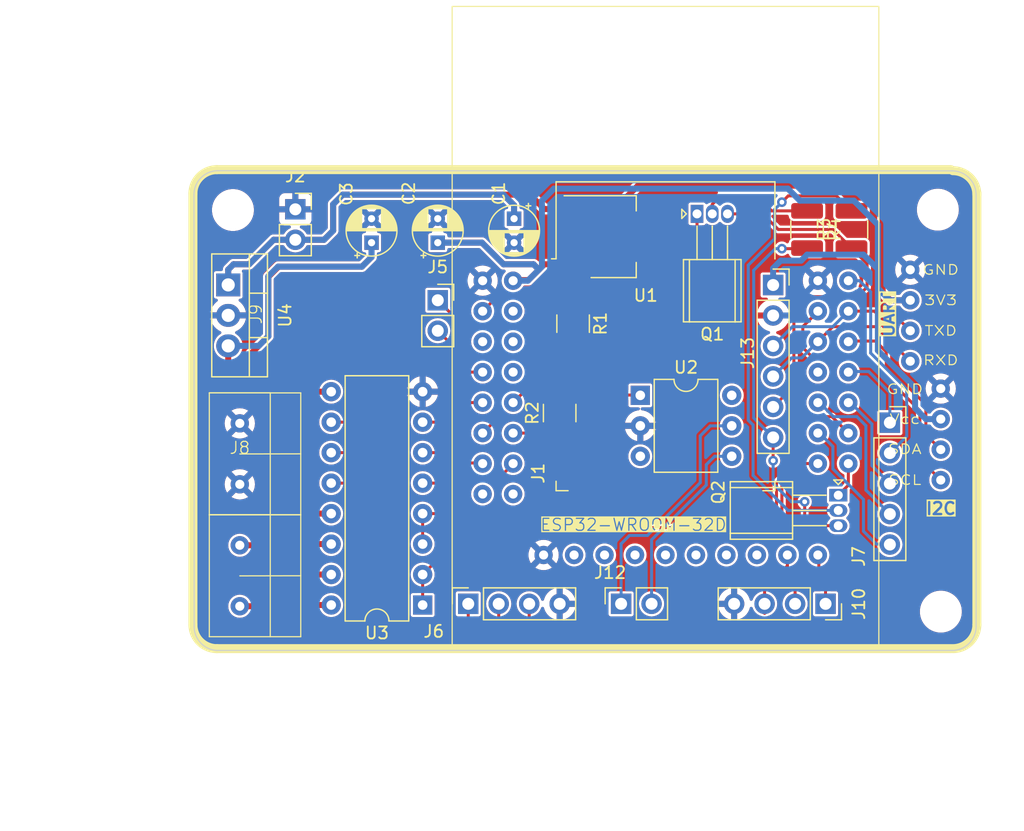
<source format=kicad_pcb>
(kicad_pcb (version 20240108) (generator "pcbnew") (generator_version "8.0")
  (layers (0 "F.Cu" signal) (31 "B.Cu" signal) (34 "B.Paste" user) (35 "F.Paste" user) (36 "B.SilkS" user "B.Silkscreen") (37 "F.SilkS" user "F.Silkscreen") (38 "B.Mask" user) (39 "F.Mask" user) (44 "Edge.Cuts" user))
  (net 0 "")
  (net 1 "GND")
  (net 2 "+3V3")
  (net 3 "+5V")
  (net 4 "/RXD")
  (net 5 "/TXD")
  (net 6 "/SDA")
  (net 7 "/OUT2")
  (net 8 "/OUT3")
  (net 9 "/SCL")
  (net 10 "/OUT1")
  (net 11 "/EN")
  (net 12 "/SOURCE2")
  (net 13 "/SOURCE1")
  (net 14 "/SOURCE3")
  (net 15 "/VDC")
  (net 16 "/DAC1")
  (net 17 "/DAC2")
  (net 18 "/GPIO13")
  (net 19 "/GPIO19")
  (net 20 "/GPIO17")
  (net 21 "/GPIO5")
  (net 22 "/GPIO18")
  (net 23 "/GPIO36")
  (net 24 "/ADC2_CH3")
  (net 25 "/GPIO32")
  (net 26 "/GPIO34")
  (net 27 "/SD_DATA1")
  (net 28 "/SD_DATA2")
  (net 29 "/SD_CLK")
  (net 30 "/SD_CMD")
  (net 31 "/SD_DATA3")
  (net 32 "/ADC2_CH0")
  (net 33 "/GPIO23")
  (net 34 "/SD_DATA0")
  (net 35 "/GPIO27")
  (net 36 "/ADC2_CH2")
  (net 37 "/BOOT")
  (net 39 "/V1-")
  (net 40 "Net-(R2-Pad2)")
  (net 41 "/V1+")
  (net 43 "/GPIO39")
  (net 44 "/DTR")
  (net 45 "/RTS")
  (net 46 "Net-(Q1-B)")
  (net 47 "Net-(Q2-B)")
  (net 48 "/OUT4")
  (net 49 "/SOURCE4")
  (net 50 "/OUT5")
  (net 51 "/SOURCE5")
  (footprint "Capacitor_THT:CP_Radial_D4.0mm_P2.00mm" (layer "F.Cu") (at 100.32 46 90)
    (property "Reference" "C2" (at 4.1 -2.42 -90) (layer "F.SilkS"))
    (property "Value" "1uF")
    (pad "1" thru_hole rect (at 0 0 90) (size 1.2 1.2) (drill 0.6) (layers "*.Cu" "*.Mask") (net 2 "+3V3"))
    (pad "2" thru_hole circle (at 2 0 90) (size 1.2 1.2) (drill 0.6) (layers "*.Cu" "*.Mask") (net 1 "GND"))
  )
  (footprint "Package_TO_SOT_THT:TO-92_Inline_W4.0mm_Horizontal_FlatSideDown" (layer "F.Cu") (at 121.9275 43.6)
    (property "Reference" "Q1" (at 1.27 10.033 0) (layer "F.SilkS"))
    (property "Value" "NPN")
    (pad "1" thru_hole rect (at 0 0) (size 1.05 1.5) (drill 0.75) (layers "*.Cu" "*.Mask") (net 11 "/EN"))
    (pad "2" thru_hole oval (at 1.27 0) (size 1.05 1.5) (drill 0.75) (layers "*.Cu" "*.Mask") (net 46 "Net-(Q1-B)"))
    (pad "3" thru_hole oval (at 2.54 0) (size 1.05 1.5) (drill 0.75) (layers "*.Cu" "*.Mask") (net 45 "/RTS"))
  )
  (footprint "Package_TO_SOT_THT:TO-92_Inline_W4.0mm_Horizontal_FlatSideDown" (layer "F.Cu") (at 133.7 67.0475 -90)
    (property "Reference" "Q2" (at -0.2475 10 90) (layer "F.SilkS"))
    (property "Value" "NPN")
    (pad "1" thru_hole rect (at 0 0 270) (size 1.05 1.5) (drill 0.75) (layers "*.Cu" "*.Mask") (net 37 "/BOOT"))
    (pad "2" thru_hole oval (at 1.27 0 270) (size 1.05 1.5) (drill 0.75) (layers "*.Cu" "*.Mask") (net 47 "Net-(Q2-B)"))
    (pad "3" thru_hole oval (at 2.54 0 270) (size 1.05 1.5) (drill 0.75) (layers "*.Cu" "*.Mask") (net 44 "/DTR"))
  )
  (footprint "Alexander Footprints Library:ESP32-WROOM-Adapter-Socket-2" (layer "F.Cu") (at 119.3 56.79)
    (property "Reference" "J1" (at -10.61 8.43 90) (layer "F.SilkS"))
    (property "Value" "~")
    (fp_text user "ESP32-WROOM-32D" (at -10.5 13.31 0) (layer "F.SilkS" knockout) (effects (font (thickness 0.1)) (justify left bottom)))
    (pad "" thru_hole circle (at -15.24 10.16) (size 1.524 1.524) (drill 0.762) (layers "*.Cu" "*.Mask"))
    (pad "" thru_hole circle (at -12.7 10.16) (size 1.524 1.524) (drill 0.762) (layers "*.Cu" "*.Mask"))
    (pad "1" thru_hole circle (at -15.24 -7.62) (size 1.524 1.524) (drill 0.762) (layers "*.Cu" "*.Mask") (net 1 "GND"))
    (pad "2" thru_hole circle (at -12.7 -7.62) (size 1.524 1.524) (drill 0.762) (layers "*.Cu" "*.Mask") (net 2 "+3V3"))
    (pad "3" thru_hole circle (at -15.24 -5.08) (size 1.524 1.524) (drill 0.762) (layers "*.Cu" "*.Mask") (net 11 "/EN"))
    (pad "4" thru_hole circle (at -12.7 -5.08) (size 1.524 1.524) (drill 0.762) (layers "*.Cu" "*.Mask") (net 23 "/GPIO36"))
    (pad "5" thru_hole circle (at -15.24 -2.54) (size 1.524 1.524) (drill 0.762) (layers "*.Cu" "*.Mask") (net 43 "/GPIO39"))
    (pad "6" thru_hole circle (at -12.7 -2.54) (size 1.524 1.524) (drill 0.762) (layers "*.Cu" "*.Mask") (net 26 "/GPIO34"))
    (pad "7" thru_hole circle (at -15.24 0) (size 1.524 1.524) (drill 0.762) (layers "*.Cu" "*.Mask") (net 50 "/OUT5"))
    (pad "8" thru_hole circle (at -12.7 0) (size 1.524 1.524) (drill 0.762) (layers "*.Cu" "*.Mask") (net 25 "/GPIO32"))
    (pad "9" thru_hole circle (at -15.24 2.54) (size 1.524 1.524) (drill 0.762) (layers "*.Cu" "*.Mask") (net 48 "/OUT4"))
    (pad "10" thru_hole circle (at -12.7 2.54) (size 1.524 1.524) (drill 0.762) (layers "*.Cu" "*.Mask") (net 16 "/DAC1"))
    (pad "11" thru_hole circle (at -15.24 5.08) (size 1.524 1.524) (drill 0.762) (layers "*.Cu" "*.Mask") (net 17 "/DAC2"))
    (pad "12" thru_hole circle (at -12.7 5.08) (size 1.524 1.524) (drill 0.762) (layers "*.Cu" "*.Mask") (net 35 "/GPIO27"))
    (pad "13" thru_hole circle (at -15.24 7.62) (size 1.524 1.524) (drill 0.762) (layers "*.Cu" "*.Mask") (net 8 "/OUT3"))
    (pad "14" thru_hole circle (at -12.7 7.62) (size 1.524 1.524) (drill 0.762) (layers "*.Cu" "*.Mask") (net 7 "/OUT2"))
    (pad "15" thru_hole circle (at -10.16 15.24 90) (size 1.524 1.524) (drill 0.762) (layers "*.Cu" "*.Mask") (net 1 "GND"))
    (pad "16" thru_hole circle (at -7.62 15.24 90) (size 1.524 1.524) (drill 0.762) (layers "*.Cu" "*.Mask") (net 18 "/GPIO13"))
    (pad "17" thru_hole circle (at -5.08 15.24 90) (size 1.524 1.524) (drill 0.762) (layers "*.Cu" "*.Mask") (net 28 "/SD_DATA2"))
    (pad "18" thru_hole circle (at -2.54 15.24 90) (size 1.524 1.524) (drill 0.762) (layers "*.Cu" "*.Mask") (net 31 "/SD_DATA3"))
    (pad "19" thru_hole circle (at 0 15.24 90) (size 1.524 1.524) (drill 0.762) (layers "*.Cu" "*.Mask") (net 30 "/SD_CMD"))
    (pad "20" thru_hole circle (at 2.54 15.24 90) (size 1.524 1.524) (drill 0.762) (layers "*.Cu" "*.Mask") (net 29 "/SD_CLK"))
    (pad "21" thru_hole circle (at 5.08 15.24 90) (size 1.524 1.524) (drill 0.762) (layers "*.Cu" "*.Mask") (net 34 "/SD_DATA0"))
    (pad "22" thru_hole circle (at 7.62 15.24 90) (size 1.524 1.524) (drill 0.762) (layers "*.Cu" "*.Mask") (net 27 "/SD_DATA1"))
    (pad "23" thru_hole circle (at 10.16 15.24 90) (size 1.524 1.524) (drill 0.762) (layers "*.Cu" "*.Mask") (net 24 "/ADC2_CH3"))
    (pad "24" thru_hole circle (at 12.7 15.24 90) (size 1.524 1.524) (drill 0.762) (layers "*.Cu" "*.Mask") (net 36 "/ADC2_CH2"))
    (pad "25" thru_hole circle (at 15.24 7.62) (size 1.524 1.524) (drill 0.762) (layers "*.Cu" "*.Mask") (net 37 "/BOOT"))
    (pad "26" thru_hole circle (at 12.7 7.62) (size 1.524 1.524) (drill 0.762) (layers "*.Cu" "*.Mask") (net 32 "/ADC2_CH0"))
    (pad "27" thru_hole circle (at 15.24 5.08) (size 1.524 1.524) (drill 0.762) (layers "*.Cu" "*.Mask") (net 10 "/OUT1"))
    (pad "28" thru_hole circle (at 12.7 5.08) (size 1.524 1.524) (drill 0.762) (layers "*.Cu" "*.Mask") (net 20 "/GPIO17"))
    (pad "29" thru_hole circle (at 15.24 2.54) (size 1.524 1.524) (drill 0.762) (layers "*.Cu" "*.Mask") (net 21 "/GPIO5"))
    (pad "30" thru_hole circle (at 12.7 2.54) (size 1.524 1.524) (drill 0.762) (layers "*.Cu" "*.Mask") (net 22 "/GPIO18"))
    (pad "31" thru_hole circle (at 15.24 0) (size 1.524 1.524) (drill 0.762) (layers "*.Cu" "*.Mask") (net 19 "/GPIO19"))
    (pad "32" thru_hole circle (at 12.7 0) (size 1.524 1.524) (drill 0.762) (layers "*.Cu" "*.Mask"))
    (pad "33" thru_hole circle (at 15.24 -2.54) (size 1.524 1.524) (drill 0.762) (layers "*.Cu" "*.Mask") (net 6 "/SDA"))
    (pad "34" thru_hole circle (at 12.7 -2.54) (size 1.524 1.524) (drill 0.762) (layers "*.Cu" "*.Mask") (net 4 "/RXD"))
    (pad "35" thru_hole circle (at 15.24 -5.08) (size 1.524 1.524) (drill 0.762) (layers "*.Cu" "*.Mask") (net 5 "/TXD"))
    (pad "36" thru_hole circle (at 12.7 -5.08) (size 1.524 1.524) (drill 0.762) (layers "*.Cu" "*.Mask") (net 9 "/SCL"))
    (pad "37" thru_hole circle (at 15.24 -7.62) (size 1.524 1.524) (drill 0.762) (layers "*.Cu" "*.Mask") (net 33 "/GPIO23"))
    (pad "38" thru_hole circle (at 12.7 -7.62) (size 1.524 1.524) (drill 0.762) (layers "*.Cu" "*.Mask") (net 1 "GND"))
  )
  (footprint "MountingHole:MountingHole_3mm" (layer "F.Cu") (at 142 43.25)
    (property "Reference" "H1" (hide yes))
    (property "Value" "MountingHole_Pad")
    (pad "" np_thru_hole circle (at 0 0) (size 3 3) (drill 3) (layers "*.Cu" "*.Mask"))
  )
  (footprint "MountingHole:MountingHole_3mm" (layer "F.Cu") (at 83.25 43.28)
    (property "Reference" "H2" (hide yes))
    (property "Value" "MountingHole_Pad")
    (pad "" np_thru_hole circle (at 0 0) (size 3 3) (drill 3) (layers "*.Cu" "*.Mask"))
  )
  (footprint "Package_DIP:DIP-16_W7.62mm" (layer "F.Cu") (at 99.06 76.2 180)
    (property "Reference" "U3" (at 3.81 -2.33 0) (layer "F.SilkS"))
    (property "Value" "ULN2003")
    (pad "1" thru_hole rect (at 0 0 180) (size 1.6 1.6) (drill 0.8) (layers "*.Cu" "*.Mask") (net 10 "/OUT1"))
    (pad "2" thru_hole oval (at 0 2.54 180) (size 1.6 1.6) (drill 0.8) (layers "*.Cu" "*.Mask") (net 10 "/OUT1"))
    (pad "3" thru_hole oval (at 0 5.08 180) (size 1.6 1.6) (drill 0.8) (layers "*.Cu" "*.Mask") (net 7 "/OUT2"))
    (pad "4" thru_hole oval (at 0 7.62 180) (size 1.6 1.6) (drill 0.8) (layers "*.Cu" "*.Mask") (net 7 "/OUT2"))
    (pad "5" thru_hole oval (at 0 10.16 180) (size 1.6 1.6) (drill 0.8) (layers "*.Cu" "*.Mask") (net 8 "/OUT3"))
    (pad "6" thru_hole oval (at 0 12.7 180) (size 1.6 1.6) (drill 0.8) (layers "*.Cu" "*.Mask") (net 48 "/OUT4"))
    (pad "7" thru_hole oval (at 0 15.24 180) (size 1.6 1.6) (drill 0.8) (layers "*.Cu" "*.Mask") (net 50 "/OUT5"))
    (pad "8" thru_hole oval (at 0 17.78 180) (size 1.6 1.6) (drill 0.8) (layers "*.Cu" "*.Mask") (net 1 "GND"))
    (pad "9" thru_hole oval (at 7.62 17.78 180) (size 1.6 1.6) (drill 0.8) (layers "*.Cu" "*.Mask") (net 3 "+5V"))
    (pad "10" thru_hole oval (at 7.62 15.24 180) (size 1.6 1.6) (drill 0.8) (layers "*.Cu" "*.Mask") (net 51 "/SOURCE5"))
    (pad "11" thru_hole oval (at 7.62 12.7 180) (size 1.6 1.6) (drill 0.8) (layers "*.Cu" "*.Mask") (net 49 "/SOURCE4"))
    (pad "12" thru_hole oval (at 7.62 10.16 180) (size 1.6 1.6) (drill 0.8) (layers "*.Cu" "*.Mask") (net 14 "/SOURCE3"))
    (pad "13" thru_hole oval (at 7.62 7.62 180) (size 1.6 1.6) (drill 0.8) (layers "*.Cu" "*.Mask") (net 12 "/SOURCE2"))
    (pad "14" thru_hole oval (at 7.62 5.08 180) (size 1.6 1.6) (drill 0.8) (layers "*.Cu" "*.Mask") (net 12 "/SOURCE2"))
    (pad "15" thru_hole oval (at 7.62 2.54 180) (size 1.6 1.6) (drill 0.8) (layers "*.Cu" "*.Mask") (net 13 "/SOURCE1"))
    (pad "16" thru_hole oval (at 7.62 0 180) (size 1.6 1.6) (drill 0.8) (layers "*.Cu" "*.Mask") (net 13 "/SOURCE1"))
  )
  (footprint "Package_DIP:DIP-6_W7.62mm" (layer "F.Cu") (at 117.2 58.725)
    (property "Reference" "U2" (at 3.81 -2.33 0) (layer "F.SilkS"))
    (property "Value" "4N35")
    (pad "1" thru_hole rect (at 0 0) (size 1.6 1.6) (drill 0.8) (layers "*.Cu" "*.Mask") (net 40 "Net-(R2-Pad2)"))
    (pad "2" thru_hole oval (at 0 2.54) (size 1.6 1.6) (drill 0.8) (layers "*.Cu" "*.Mask") (net 1 "GND"))
    (pad "3" thru_hole oval (at 0 5.08) (size 1.6 1.6) (drill 0.8) (layers "*.Cu" "*.Mask"))
    (pad "4" thru_hole oval (at 7.62 5.08) (size 1.6 1.6) (drill 0.8) (layers "*.Cu" "*.Mask") (net 39 "/V1-"))
    (pad "5" thru_hole oval (at 7.62 2.54) (size 1.6 1.6) (drill 0.8) (layers "*.Cu" "*.Mask") (net 41 "/V1+"))
    (pad "6" thru_hole oval (at 7.62 0) (size 1.6 1.6) (drill 0.8) (layers "*.Cu" "*.Mask"))
  )
  (footprint "Alexander Footprints Library:Conn_Terminal_5mm" (layer "F.Cu") (at 83.82 53.44)
    (property "Reference" "J9" (at 1.33 -1.49 90) (layer "F.SilkS") (effects (font (thickness 0.1))))
    (property "Value" "Conn_01x02_Socket")
    (pad "1" thru_hole circle (at 0 7.62) (size 1.524 1.524) (drill 0.762) (layers "*.Cu" "*.Mask") (net 1 "GND"))
    (pad "2" thru_hole circle (at 0 12.7) (size 1.524 1.524) (drill 0.762) (layers "*.Cu" "*.Mask") (net 1 "GND"))
  )
  (footprint "Resistor_SMD:R_1210_3225Metric_Pad1.30x2.65mm_HandSolder" (layer "F.Cu") (at 134.8 44.9 90)
    (property "Reference" "R3" (at 0 -2.28 -90) (layer "F.SilkS"))
    (property "Value" "10K")
    (pad "1" smd roundrect (at -1.55 0 90) (size 1.3 2.65) (layers "F.Cu" "F.Paste" "F.Mask") (roundrect_rratio 0.192308) (net 45 "/RTS"))
    (pad "2" smd roundrect (at 1.55 0 90) (size 1.3 2.65) (layers "F.Cu" "F.Paste" "F.Mask") (roundrect_rratio 0.192308) (net 47 "Net-(Q2-B)"))
  )
  (footprint "Resistor_SMD:R_1210_3225Metric_Pad1.30x2.65mm_HandSolder" (layer "F.Cu") (at 111.6 52.75 -90)
    (property "Reference" "R1" (at 0 -2.28 -90) (layer "F.SilkS"))
    (property "Value" "10K")
    (pad "1" smd roundrect (at -1.55 0 270) (size 1.3 2.65) (layers "F.Cu" "F.Paste" "F.Mask") (roundrect_rratio 0.192308) (net 2 "+3V3"))
    (pad "2" smd roundrect (at 1.55 0 270) (size 1.3 2.65) (layers "F.Cu" "F.Paste" "F.Mask") (roundrect_rratio 0.192308) (net 11 "/EN"))
  )
  (footprint "Connector_PinSocket_2.54mm:PinSocket_1x05_P2.54mm_Vertical" (layer "F.Cu") (at 138 61)
    (property "Reference" "J7" (at -2.6 11.15 90) (layer "F.SilkS"))
    (property "Value" "GPIO")
    (pad "1" thru_hole rect (at 0 0) (size 1.7 1.7) (drill 1) (layers "*.Cu" "*.Mask") (net 19 "/GPIO19"))
    (pad "2" thru_hole oval (at 0 2.54) (size 1.7 1.7) (drill 1) (layers "*.Cu" "*.Mask") (net 33 "/GPIO23"))
    (pad "3" thru_hole oval (at 0 5.08) (size 1.7 1.7) (drill 1) (layers "*.Cu" "*.Mask") (net 21 "/GPIO5"))
    (pad "4" thru_hole oval (at 0 7.62) (size 1.7 1.7) (drill 1) (layers "*.Cu" "*.Mask") (net 22 "/GPIO18"))
    (pad "5" thru_hole oval (at 0 10.16) (size 1.7 1.7) (drill 1) (layers "*.Cu" "*.Mask") (net 20 "/GPIO17"))
  )
  (footprint "Resistor_SMD:R_1210_3225Metric_Pad1.30x2.65mm_HandSolder" (layer "F.Cu") (at 131.1 44.9 -90)
    (property "Reference" "R4" (at 0 -2.28 90) (layer "F.SilkS"))
    (property "Value" "10K")
    (pad "1" smd roundrect (at -1.55 0 270) (size 1.3 2.65) (layers "F.Cu" "F.Paste" "F.Mask") (roundrect_rratio 0.192308) (net 46 "Net-(Q1-B)"))
    (pad "2" smd roundrect (at 1.55 0 270) (size 1.3 2.65) (layers "F.Cu" "F.Paste" "F.Mask") (roundrect_rratio 0.192308) (net 44 "/DTR"))
  )
  (footprint "Connector_PinSocket_2.54mm:PinSocket_1x02_P2.54mm_Vertical" (layer "F.Cu") (at 88.45 43.22)
    (property "Reference" "J2" (at 0 -2.77 0) (layer "F.SilkS"))
    (property "Value" "PWD")
    (pad "1" thru_hole rect (at 0 0) (size 1.7 1.7) (drill 1) (layers "*.Cu" "*.Mask") (net 1 "GND"))
    (pad "2" thru_hole oval (at 0 2.54) (size 1.7 1.7) (drill 1) (layers "*.Cu" "*.Mask") (net 15 "/VDC"))
  )
  (footprint "Connector_PinSocket_2.54mm:PinSocket_1x02_P2.54mm_Vertical" (layer "F.Cu") (at 115.6 76.1 90)
    (property "Reference" "J12" (at 2.6 -0.92 180) (layer "F.SilkS"))
    (property "Value" "Conn_01x02_Socket")
    (pad "1" thru_hole rect (at 0 0 90) (size 1.7 1.7) (drill 1) (layers "*.Cu" "*.Mask") (net 41 "/V1+"))
    (pad "2" thru_hole oval (at 0 2.54 90) (size 1.7 1.7) (drill 1) (layers "*.Cu" "*.Mask") (net 39 "/V1-"))
  )
  (footprint "Connector_PinSocket_2.54mm:PinSocket_1x04_P2.54mm_Vertical" (layer "F.Cu") (at 102.86 76.1 90)
    (property "Reference" "J6" (at -2.3 -2.87 0) (layer "F.SilkS"))
    (property "Value" "SOURCE")
    (pad "1" thru_hole rect (at 0 0 90) (size 1.7 1.7) (drill 1) (layers "*.Cu" "*.Mask") (net 51 "/SOURCE5"))
    (pad "2" thru_hole oval (at 0 2.54 90) (size 1.7 1.7) (drill 1) (layers "*.Cu" "*.Mask") (net 49 "/SOURCE4"))
    (pad "3" thru_hole oval (at 0 5.08 90) (size 1.7 1.7) (drill 1) (layers "*.Cu" "*.Mask") (net 14 "/SOURCE3"))
    (pad "4" thru_hole oval (at 0 7.62 90) (size 1.7 1.7) (drill 1) (layers "*.Cu" "*.Mask") (net 1 "GND"))
  )
  (footprint "Connector_PinSocket_2.54mm:PinSocket_1x04_P2.54mm_Vertical" (layer "F.Cu") (at 132.64 76.1 -90)
    (property "Reference" "J10" (at 0 -2.77 90) (layer "F.SilkS"))
    (property "Value" "ADC")
    (pad "1" thru_hole rect (at 0 0 270) (size 1.7 1.7) (drill 1) (layers "*.Cu" "*.Mask") (net 36 "/ADC2_CH2"))
    (pad "2" thru_hole oval (at 0 2.54 270) (size 1.7 1.7) (drill 1) (layers "*.Cu" "*.Mask") (net 32 "/ADC2_CH0"))
    (pad "3" thru_hole oval (at 0 5.08 270) (size 1.7 1.7) (drill 1) (layers "*.Cu" "*.Mask") (net 24 "/ADC2_CH3"))
    (pad "4" thru_hole oval (at 0 7.62 270) (size 1.7 1.7) (drill 1) (layers "*.Cu" "*.Mask") (net 1 "GND"))
  )
  (footprint "Capacitor_THT:CP_Radial_D4.0mm_P2.00mm" (layer "F.Cu") (at 94.8 46 90)
    (property "Reference" "C3" (at 4.05 -2.1 -90) (layer "F.SilkS"))
    (property "Value" "1uF")
    (pad "1" thru_hole rect (at 0 0 90) (size 1.2 1.2) (drill 0.6) (layers "*.Cu" "*.Mask") (net 3 "+5V"))
    (pad "2" thru_hole circle (at 2 0 90) (size 1.2 1.2) (drill 0.6) (layers "*.Cu" "*.Mask") (net 1 "GND"))
  )
  (footprint "Connector_PinSocket_2.54mm:PinSocket_1x02_P2.54mm_Vertical" (layer "F.Cu") (at 100.32 50.8)
    (property "Reference" "J5" (at 0 -2.77 0) (layer "F.SilkS"))
    (property "Value" "DAC_Socket")
    (pad "1" thru_hole rect (at 0 0) (size 1.7 1.7) (drill 1) (layers "*.Cu" "*.Mask") (net 16 "/DAC1"))
    (pad "2" thru_hole oval (at 0 2.54) (size 1.7 1.7) (drill 1) (layers "*.Cu" "*.Mask") (net 17 "/DAC2"))
  )
  (footprint "Alexander Footprints Library:Conn_UART" (layer "F.Cu") (at 139.7 40.64)
    (property "Reference" "J3" (hide yes))
    (property "Value" "UART")
    (fp_text user "3V3" (at 2.54 10.16 0) (layer "F.SilkS") (effects (font (size 0.8 1) (thickness 0.1))))
    (fp_text user "GND" (at 2.54 7.62 0) (layer "F.SilkS") (effects (font (size 0.8 1) (thickness 0.1))))
    (fp_text user "RXD" (at 2.54 15.16 0) (layer "F.SilkS") (effects (font (size 0.8 1) (thickness 0.1))))
    (fp_text user "TXD" (at 2.54 12.7 0) (layer "F.SilkS") (effects (font (size 0.8 1) (thickness 0.1))))
    (fp_text user "UART" (at -1.25 11.36 90) (layer "F.SilkS" knockout) (effects (font (thickness 0.2) (bold yes)) (justify bottom)))
    (pad "3V3" thru_hole circle (at 0 10.16) (size 1.524 1.524) (drill 0.762) (layers "*.Cu" "*.Mask") (net 2 "+3V3"))
    (pad "GND" thru_hole circle (at 0 7.62) (size 1.524 1.524) (drill 0.762) (layers "*.Cu" "*.Mask") (net 1 "GND"))
    (pad "RXD" thru_hole circle (at 0 15.24) (size 1.524 1.524) (drill 0.762) (layers "*.Cu" "*.Mask") (net 4 "/RXD"))
    (pad "TXD" thru_hole circle (at 0 12.7) (size 1.524 1.524) (drill 0.762) (layers "*.Cu" "*.Mask") (net 5 "/TXD"))
  )
  (footprint "Resistor_SMD:R_1210_3225Metric_Pad1.30x2.65mm_HandSolder" (layer "F.Cu") (at 110.48 60.2 90)
    (property "Reference" "R2" (at 0 -2.28 90) (layer "F.SilkS"))
    (property "Value" "1K")
    (pad "1" smd roundrect (at -1.55 0 90) (size 1.3 2.65) (layers "F.Cu" "F.Paste" "F.Mask") (roundrect_rratio 0.192308) (net 35 "/GPIO27"))
    (pad "2" smd roundrect (at 1.55 0 90) (size 1.3 2.65) (layers "F.Cu" "F.Paste" "F.Mask") (roundrect_rratio 0.192308) (net 40 "Net-(R2-Pad2)"))
  )
  (footprint "Capacitor_THT:CP_Radial_D4.0mm_P2.00mm" (layer "F.Cu") (at 106.68 44 -90)
    (property "Reference" "C1" (at -2.1 1.28 90) (layer "F.SilkS"))
    (property "Value" "1uF")
    (pad "1" thru_hole rect (at 0 0 270) (size 1.2 1.2) (drill 0.6) (layers "*.Cu" "*.Mask") (net 15 "/VDC"))
    (pad "2" thru_hole circle (at 2 0 270) (size 1.2 1.2) (drill 0.6) (layers "*.Cu" "*.Mask") (net 1 "GND"))
  )
  (footprint "Package_TO_SOT_SMD:SOT-223-3_TabPin2" (layer "F.Cu") (at 114.95 45.5)
    (property "Reference" "U1" (at 2.7 4.9 0) (layer "F.SilkS"))
    (property "Value" "MAX1726EUK33")
    (pad "1" smd rect (at -3.15 -2.3) (size 2 1.5) (layers "F.Cu" "F.Paste" "F.Mask") (net 15 "/VDC"))
    (pad "2" smd rect (at -3.15 0) (size 2 1.5) (layers "F.Cu" "F.Paste" "F.Mask") (net 1 "GND"))
    (pad "2" smd rect (at 3.15 0) (size 2 3.8) (layers "F.Cu" "F.Paste" "F.Mask") (net 1 "GND"))
    (pad "3" smd rect (at -3.15 2.3) (size 2 1.5) (layers "F.Cu" "F.Paste" "F.Mask") (net 2 "+3V3"))
  )
  (footprint "Alexander Footprints Library:LD1117" (layer "F.Cu") (at 82.855 49.52 -90)
    (property "Reference" "U4" (at 2.54 -4.745 90) (layer "F.SilkS"))
    (property "Value" "L7805")
    (pad "1" thru_hole rect (at 0 0 270) (size 1.905 2) (drill 1.1) (layers "*.Cu" "*.Mask") (net 15 "/VDC"))
    (pad "2" thru_hole oval (at 2.54 0 270) (size 1.905 2) (drill 1.1) (layers "*.Cu" "*.Mask") (net 1 "GND"))
    (pad "3" thru_hole oval (at 5.08 0 270) (size 1.905 2) (drill 1.1) (layers "*.Cu" "*.Mask") (net 3 "+5V"))
  )
  (footprint "Alexander Footprints Library:Conn_I2C" (layer "F.Cu") (at 142.24 50.544)
    (property "Reference" "J4" (hide yes))
    (property "Value" "I2C")
    (fp_text user "I2C" (at 0.01 18.206 0) (layer "F.SilkS" knockout) (effects (font (thickness 0.2) (bold yes)) (justify bottom)))
    (fp_text user "SCL" (at -2.99 15.24 0) (layer "F.SilkS") (effects (font (size 0.8 1) (thickness 0.1))))
    (fp_text user "SDA" (at -2.99 12.666 0) (layer "F.SilkS") (effects (font (size 0.8 1) (thickness 0.1))))
    (fp_text user "GND" (at -2.99 7.666 0) (layer "F.SilkS") (effects (font (size 0.8 1) (thickness 0.1))))
    (fp_text user "Vcc" (at -2.99 10.16 0) (layer "F.SilkS") (effects (font (size 0.8 1) (thickness 0.1))))
    (pad "GND" thru_hole circle (at 0 7.62) (size 1.524 1.524) (drill 0.762) (layers "*.Cu" "*.Mask") (net 1 "GND"))
    (pad "SCL" thru_hole circle (at 0 15.24) (size 1.524 1.524) (drill 0.762) (layers "*.Cu" "*.Mask") (net 9 "/SCL"))
    (pad "SDA" thru_hole circle (at 0 12.7) (size 1.524 1.524) (drill 0.762) (layers "*.Cu" "*.Mask") (net 6 "/SDA"))
    (pad "Vcc" thru_hole circle (at 0 10.16) (size 1.524 1.524) (drill 0.762) (layers "*.Cu" "*.Mask") (net 2 "+3V3"))
  )
  (footprint "MountingHole:MountingHole_3mm" (layer "F.Cu") (at 142.25 76.75)
    (property "Reference" "H4" (hide yes))
    (property "Value" "MountingHole_Pad")
    (pad "" np_thru_hole circle (at 0 0) (size 3 3) (drill 3) (layers "*.Cu" "*.Mask"))
  )
  (footprint "Connector_PinSocket_2.54mm:PinSocket_1x06_P2.54mm_Vertical" (layer "F.Cu") (at 128.27 49.53)
    (property "Reference" "J13" (at -2.12 5.67 90) (layer "F.SilkS"))
    (property "Value" "Conn_01x06_Socket")
    (pad "1" thru_hole rect (at 0 0) (size 1.7 1.7) (drill 1) (layers "*.Cu" "*.Mask") (net 2 "+3V3"))
    (pad "2" thru_hole oval (at 0 2.54) (size 1.7 1.7) (drill 1) (layers "*.Cu" "*.Mask") (net 1 "GND"))
    (pad "3" thru_hole oval (at 0 5.08) (size 1.7 1.7) (drill 1) (layers "*.Cu" "*.Mask") (net 5 "/TXD"))
    (pad "4" thru_hole oval (at 0 7.62) (size 1.7 1.7) (drill 1) (layers "*.Cu" "*.Mask") (net 4 "/RXD"))
    (pad "5" thru_hole oval (at 0 10.16) (size 1.7 1.7) (drill 1) (layers "*.Cu" "*.Mask") (net 45 "/RTS"))
    (pad "6" thru_hole oval (at 0 12.7) (size 1.7 1.7) (drill 1) (layers "*.Cu" "*.Mask") (net 44 "/DTR"))
  )
  (footprint "Alexander Footprints Library:Conn_Terminal_5mm" (layer "F.Cu") (at 83.82 63.6)
    (property "Reference" "J8" (at 0 -0.5 0) (layer "F.SilkS") (effects (font (thickness 0.1))))
    (property "Value" "Conn_01x02_Socket")
    (pad "1" thru_hole circle (at 0 7.62) (size 1.524 1.524) (drill 0.762) (layers "*.Cu" "*.Mask") (net 12 "/SOURCE2"))
    (pad "2" thru_hole circle (at 0 12.7) (size 1.524 1.524) (drill 0.762) (layers "*.Cu" "*.Mask") (net 13 "/SOURCE1"))
  )
  (gr_line (start 145.25 41.86421) (end 145.25 77.835782) (stroke (width 0.75)) (layer "F.SilkS"))
  (gr_line (start 81.914218 39.914218) (end 143.08579 39.914218) (stroke (width 0.75)) (layer "F.SilkS"))
  (gr_arc (start 145.25 77.835782) (mid 144.664218 79.25) (end 143.25 79.835782) (stroke (width 0.75)) (layer "F.SilkS"))
  (gr_line (start 79.914218 41.86421) (end 79.914218 77.835782) (stroke (width 0.75)) (layer "F.SilkS"))
  (gr_arc (start 81.914218 79.835782) (mid 80.5 79.25) (end 79.914218 77.835782) (stroke (width 0.75)) (layer "F.SilkS"))
  (gr_arc (start 143.25 40) (mid 144.664218 40.585782) (end 145.25 42) (stroke (width 0.75)) (layer "F.SilkS"))
  (gr_arc (start 79.914218 41.914218) (mid 80.5 40.5) (end 81.914218 39.914218) (stroke (width 0.75)) (layer "F.SilkS"))
  (gr_line (start 81.914214 79.835782) (end 143.085786 79.835782) (stroke (width 0.75)) (layer "F.SilkS"))
  (gr_line (start 80 42) (end 80.014214 77.985786) (stroke (width 0.1)) (layer "Edge.Cuts"))
  (gr_arc (start 143.185786 40.014214) (mid 144.6 40.6) (end 145.185786 42.014214) (stroke (width 0.1)) (layer "Edge.Cuts"))
  (gr_arc (start 82.014214 79.985786) (mid 80.6 79.4) (end 80.014214 77.985786) (stroke (width 0.1)) (layer "Edge.Cuts"))
  (gr_line (start 145.185786 42.014214) (end 145.185786 77.985786) (stroke (width 0.1)) (layer "Edge.Cuts"))
  (gr_arc (start 80 42) (mid 80.585786 40.585786) (end 82 40) (stroke (width 0.1)) (layer "Edge.Cuts"))
  (gr_line (start 82.014214 79.985786) (end 143.185786 79.985786) (stroke (width 0.1)) (layer "Edge.Cuts"))
  (gr_arc (start 145.185786 77.985786) (mid 144.6 79.4) (end 143.185786 79.985786) (stroke (width 0.1)) (layer "Edge.Cuts"))
  (gr_line (start 143.185786 40.014214) (end 82 40) (stroke (width 0.1)) (layer "Edge.Cuts"))
  (segment (start 84.21 65.75) (end 83.82 66.14) (width 0.5) (layer "F.Cu") (net 1))
  (segment (start 112.2 49.4) (end 113.6 49.4) (width 0.5) (layer "F.Cu") (net 2))
  (segment (start 114.29 48.71) (end 114.29 47.8) (width 0.5) (layer "F.Cu") (net 2))
  (segment (start 137.4 42.6) (end 136.05 41.25) (width 0.5) (layer "F.Cu") (net 2))
  (segment (start 105.8 47.8) (end 108.3 47.8) (width 0.5) (layer "F.Cu") (net 2))
  (segment (start 106.68 49.12) (end 107.88 49.12) (width 0.5) (layer "F.Cu") (net 2))
  (segment (start 111.6 50) (end 112.2 49.4) (width 0.5) (layer "F.Cu") (net 2))
  (segment (start 115.56 42.69) (end 115.56 46.87) (width 0.5) (layer "F.Cu") (net 2))
  (segment (start 107.88 49.12) (end 109.2 47.8) (width 0.5) (layer "F.Cu") (net 2))
  (segment (start 137.4 50.15) (end 137.4 42.6) (width 0.5) (layer "F.Cu") (net 2))
  (segment (start 115.56 46.87) (end 114.63 47.8) (width 0.5) (layer "F.Cu") (net 2))
  (segment (start 100.2 46) (end 104 46) (width 0.5) (layer "F.Cu") (net 2))
  (segment (start 136.05 41.25) (end 117 41.25) (width 0.5) (layer "F.Cu") (net 2))
  (segment (start 117 41.25) (end 115.56 42.69) (width 0.5) (layer "F.Cu") (net 2))
  (segment (start 113.6 49.4) (end 114.29 48.71) (width 0.5) (layer "F.Cu") (net 2))
  (segment (start 108.3 47.8) (end 108.75 48.25) (width 0.5) (layer "F.Cu") (net 2))
  (segment (start 109.2 47.8) (end 113.2 47.8) (width 0.5) (layer "F.Cu") (net 2))
  (segment (start 111.6 51.2) (end 111.6 50) (width 0.5) (layer "F.Cu") (net 2))
  (segment (start 138.05 50.8) (end 137.4 50.15) (width 0.5) (layer "F.Cu") (net 2))
  (segment (start 139.7 50.8) (end 138.05 50.8) (width 0.5) (layer "F.Cu") (net 2))
  (segment (start 114.63 47.8) (end 113.2 47.8) (width 0.5) (layer "F.Cu") (net 2))
  (segment (start 104 46) (end 105.8 47.8) (width 0.5) (layer "F.Cu") (net 2))
  (segment (start 100.32 46) (end 104 46) (width 0.5) (layer "B.Cu") (net 2))
  (segment (start 110 41.5) (end 129.501041 41.5) (width 0.5) (layer "B.Cu") (net 2))
  (segment (start 137 48.2) (end 135.8 47) (width 0.5) (layer "B.Cu") (net 2))
  (segment (start 137 54.986828) (end 137 49.8) (width 0.5) (layer "B.Cu") (net 2))
  (segment (start 128.27 48.13) (end 128.27 49.53) (width 0.5) (layer "B.Cu") (net 2))
  (segment (start 137 49.8) (end 137 48.2) (width 0.5) (layer "B.Cu") (net 2))
  (segment (start 142.24 60.704) (end 141.004 60.704) (width 0.5) (layer "B.Cu") (net 2))
  (segment (start 107.83 49.17) (end 109 48) (width 0.5) (layer "B.Cu") (net 2))
  (segment (start 128.9 47.5) (end 128.27 48.13) (width 0.5) (layer "B.Cu") (net 2))
  (segment (start 131.1 47) (end 130.6 47.5) (width 0.5) (layer "B.Cu") (net 2))
  (segment (start 108.3 47.8) (end 108.5 48) (width 0.5) (layer "B.Cu") (net 2))
  (segment (start 140.1 58.086828) (end 137 54.986828) (width 0.5) (layer "B.Cu") (net 2))
  (segment (start 106.6 49.17) (end 107.83 49.17) (width 0.5) (layer "B.Cu") (net 2))
  (segment (start 105.8 47.8) (end 108.3 47.8) (width 0.5) (layer "B.Cu") (net 2))
  (segment (start 109 42.5) (end 110 41.5) (width 0.5) (layer "B.Cu") (net 2))
  (segment (start 104 46) (end 105.8 47.8) (width 0.5) (layer "B.Cu") (net 2))
  (segment (start 140.1 59.8) (end 140.1 58.086828) (width 0.5) (layer "B.Cu") (net 2))
  (segment (start 135.8 47) (end 131.1 47) (width 0.5) (layer "B.Cu") (net 2))
  (segment (start 130.501041 42.5) (end 135 42.5) (width 0.5) (layer "B.Cu") (net 2))
  (segment (start 141.004 60.704) (end 140.1 59.8) (width 0.5) (layer "B.Cu") (net 2))
  (segment (start 139.7 50.8) (end 138 50.8) (width 0.5) (layer "B.Cu") (net 2))
  (segment (start 138 50.8) (end 137 49.8) (width 0.5) (layer "B.Cu") (net 2))
  (segment (start 129.501041 41.5) (end 130.501041 42.5) (width 0.5) (layer "B.Cu") (net 2))
  (segment (start 137 44.5) (end 137 48.2) (width 0.5) (layer "B.Cu") (net 2))
  (segment (start 130.6 47.5) (end 128.9 47.5) (width 0.5) (layer "B.Cu") (net 2))
  (segment (start 135 42.5) (end 137 44.5) (width 0.5) (layer "B.Cu") (net 2))
  (segment (start 109 48) (end 109 42.5) (width 0.5) (layer "B.Cu") (net 2))
  (segment (start 94.8 47.2) (end 94.8 46) (width 0.5) (layer "F.Cu") (net 3))
  (segment (start 86.2 53.8) (end 86.2 48.85) (width 0.5) (layer "F.Cu") (net 3))
  (segment (start 91.44 58.42) (end 84.82 58.42) (width 0.5) (layer "F.Cu") (net 3))
  (segment (start 82.855 56.455) (end 82.855 55.14) (width 0.5) (layer "F.Cu") (net 3))
  (segment (start 86.2 48.85) (end 87.05 48) (width 0.5) (layer "F.Cu") (net 3))
  (segment (start 94 48) (end 94.8 47.2) (width 0.5) (layer "F.Cu") (net 3))
  (segment (start 84.82 58.42) (end 82.855 56.455) (width 0.5) (layer "F.Cu") (net 3))
  (segment (start 83.6 57.2) (end 83.6 56.4) (width 0.5) (layer "F.Cu") (net 3))
  (segment (start 83.6 56.4) (end 86.2 53.8) (width 0.5) (layer "F.Cu") (net 3))
  (segment (start 87.05 48) (end 94 48) (width 0.5) (layer "F.Cu") (net 3))
  (segment (start 86.2 53.8) (end 85.4 54.6) (width 0.5) (layer "B.Cu") (net 3))
  (segment (start 87 48) (end 86.2 48.8) (width 0.5) (layer "B.Cu") (net 3))
  (segment (start 85.4 54.6) (end 82.855 54.6) (width 0.5) (layer "B.Cu") (net 3))
  (segment (start 86.2 48.8) (end 86.2 53.8) (width 0.5) (layer "B.Cu") (net 3))
  (segment (start 94.8 47.2) (end 94 48) (width 0.5) (layer "B.Cu") (net 3))
  (segment (start 94 48) (end 87 48) (width 0.5) (layer "B.Cu") (net 3))
  (segment (start 94.8 46) (end 94.8 47.2) (width 0.5) (layer "B.Cu") (net 3))
  (segment (start 133.25 53) (end 136.82 53) (width 0.25) (layer "F.Cu") (net 4))
  (segment (start 132 54.25) (end 133.25 53) (width 0.25) (layer "F.Cu") (net 4))
  (segment (start 136.82 53) (end 139.7 55.88) (width 0.25) (layer "F.Cu") (net 4))
  (segment (start 130.65 55.6) (end 132 54.25) (width 0.25) (layer "B.Cu") (net 4))
  (segment (start 129.82 55.6) (end 130.65 55.6) (width 0.25) (layer "B.Cu") (net 4))
  (segment (start 128.27 57.15) (end 129.82 55.6) (width 0.25) (layer "B.Cu") (net 4))
  (segment (start 138.86 52.5) (end 137.5 52.5) (width 0.25) (layer "F.Cu") (net 5))
  (segment (start 136.71 51.71) (end 137.25 52.25) (width 0.25) (layer "F.Cu") (net 5))
  (segment (start 137.5 52.5) (end 137.25 52.25) (width 0.25) (layer "F.Cu") (net 5))
  (segment (start 139.7 53.34) (end 138.86 52.5) (width 0.25) (layer "F.Cu") (net 5))
  (segment (start 134.74 51.54) (end 134.62 51.66) (width 0.25) (layer "F.Cu") (net 5))
  (segment (start 134.54 51.71) (end 136.71 51.71) (width 0.25) (layer "F.Cu") (net 5))
  (segment (start 129.88 53) (end 133.25 53) (width 0.25) (layer "B.Cu") (net 5))
  (segment (start 133.25 53) (end 134.54 51.71) (width 0.25) (layer "B.Cu") (net 5))
  (segment (start 128.27 54.61) (end 129.88 53) (width 0.25) (layer "B.Cu") (net 5))
  (segment (start 137.7 56.2) (end 137.7 55.1) (width 0.25) (layer "F.Cu") (net 6))
  (segment (start 141 59.5) (end 137.7 56.2) (width 0.25) (layer "F.Cu") (net 6))
  (segment (start 136.8 54.2) (end 134.62 54.2) (width 0.25) (layer "F.Cu") (net 6))
  (segment (start 142.24 63.244) (end 141 62.004) (width 0.25) (layer "F.Cu") (net 6))
  (segment (start 137.7 55.1) (end 136.8 54.2) (width 0.25) (layer "F.Cu") (net 6))
  (segment (start 141 62.004) (end 141 59.5) (width 0.25) (layer "F.Cu") (net 6))
  (segment (start 102 68) (end 102 66.25) (width 0.25) (layer "F.Cu") (net 7))
  (segment (start 102 66.25) (end 102.71 65.54) (width 0.25) (layer "F.Cu") (net 7))
  (segment (start 99.06 71.12) (end 99.06 68.58) (width 0.25) (layer "F.Cu") (net 7))
  (segment (start 101.42 68.58) (end 102 68) (width 0.25) (layer "F.Cu") (net 7))
  (segment (start 99.06 68.58) (end 101.42 68.58) (width 0.25) (layer "F.Cu") (net 7))
  (segment (start 102.71 65.54) (end 105.5 65.54) (width 0.25) (layer "F.Cu") (net 7))
  (segment (start 105.5 65.54) (end 106.68 64.36) (width 0.25) (layer "F.Cu") (net 7))
  (segment (start 102.39 64.36) (end 104.14 64.36) (width 0.25) (layer "F.Cu") (net 8))
  (segment (start 100.71 66.04) (end 102.39 64.36) (width 0.25) (layer "F.Cu") (net 8))
  (segment (start 99.06 66.04) (end 100.71 66.04) (width 0.25) (layer "F.Cu") (net 8))
  (segment (start 142.24 65.784) (end 140.5 64.044) (width 0.25) (layer "F.Cu") (net 9))
  (segment (start 140.5 60) (end 136 55.5) (width 0.25) (layer "F.Cu") (net 9))
  (segment (start 131.5 55.5) (end 130.745 54.745) (width 0.25) (layer "F.Cu") (net 9))
  (segment (start 140.5 64.044) (end 140.5 60) (width 0.25) (layer "F.Cu") (net 9))
  (segment (start 136 55.5) (end 131.5 55.5) (width 0.25) (layer "F.Cu") (net 9))
  (segment (start 130.745 52.995) (end 132.08 51.66) (width 0.25) (layer "F.Cu") (net 9))
  (segment (start 130.745 54.745) (end 130.745 52.995) (width 0.25) (layer "F.Cu") (net 9))
  (segment (start 128.55 69.05) (end 127.85 69.75) (width 0.25) (layer "F.Cu") (net 10))
  (segment (start 100.32 72.4) (end 99.06 73.66) (width 0.25) (layer "F.Cu") (net 10))
  (segment (start 99.06 76.2) (end 99.06 73.66) (width 0.25) (layer "F.Cu") (net 10))
  (segment (start 104.75 69.75) (end 102.1 72.4) (width 0.25) (layer "F.Cu") (net 10))
  (segment (start 130.25 61.75) (end 130.25 64.313604) (width 0.25) (layer "F.Cu") (net 10))
  (segment (start 127.85 69.75) (end 104.75 69.75) (width 0.25) (layer "F.Cu") (net 10))
  (segment (start 134.54 61.87) (end 133.17 60.5) (width 0.25) (layer "F.Cu") (net 10))
  (segment (start 128.55 66.013604) (end 128.55 69.05) (width 0.25) (layer "F.Cu") (net 10))
  (segment (start 130.25 64.313604) (end 128.55 66.013604) (width 0.25) (layer "F.Cu") (net 10))
  (segment (start 133.17 60.5) (end 131.5 60.5) (width 0.25) (layer "F.Cu") (net 10))
  (segment (start 131.5 60.5) (end 130.25 61.75) (width 0.25) (layer "F.Cu") (net 10))
  (segment (start 102.1 72.4) (end 100.32 72.4) (width 0.25) (layer "F.Cu") (net 10))
  (segment (start 109.8 54.3) (end 111.6 54.3) (width 0.25) (layer "F.Cu") (net 11))
  (segment (start 114.2 54.3) (end 111.6 54.3) (width 0.25) (layer "F.Cu") (net 11))
  (segment (start 105.27 50.5) (end 108.4 50.5) (width 0.25) (layer "F.Cu") (net 11))
  (segment (start 109.1 51.2) (end 109.1 53.6) (width 0.25) (layer "F.Cu") (net 11))
  (segment (start 114.8 50.4) (end 114.8 53.7) (width 0.25) (layer "F.Cu") (net 11))
  (segment (start 121.9275 48.5725) (end 120.98 49.52) (width 0.25) (layer "F.Cu") (net 11))
  (segment (start 104.06 51.71) (end 105.27 50.5) (width 0.25) (layer "F.Cu") (net 11))
  (segment (start 114.8 53.7) (end 114.2 54.3) (width 0.25) (layer "F.Cu") (net 11))
  (segment (start 109.1 53.6) (end 109.8 54.3) (width 0.25) (layer "F.Cu") (net 11))
  (segment (start 108.4 50.5) (end 109.1 51.2) (width 0.25) (layer "F.Cu") (net 11))
  (segment (start 120.98 49.52) (end 115.68 49.52) (width 0.25) (layer "F.Cu") (net 11))
  (segment (start 115.68 49.52) (end 114.8 50.4) (width 0.25) (layer "F.Cu") (net 11))
  (segment (start 121.9275 43.6) (end 121.9275 48.5725) (width 0.25) (layer "F.Cu") (net 11))
  (segment (start 83.82 71.22) (end 87.03 71.22) (width 0.5) (layer "F.Cu") (net 12))
  (segment (start 88.62 71.12) (end 91.44 71.12) (width 0.5) (layer "F.Cu") (net 12))
  (segment (start 89.67 68.58) (end 91.44 68.58) (width 0.5) (layer "F.Cu") (net 12))
  (segment (start 88.11 70.61) (end 88.62 71.12) (width 0.5) (layer "F.Cu") (net 12))
  (segment (start 87.03 71.22) (end 89.67 68.58) (width 0.5) (layer "F.Cu") (net 12))
  (segment (start 91.44 73.66) (end 89.59 73.66) (width 0.5) (layer "F.Cu") (net 13))
  (segment (start 87.875 75.375) (end 88.7 76.2) (width 0.5) (layer "F.Cu") (net 13))
  (segment (start 88.7 76.2) (end 91.44 76.2) (width 0.5) (layer "F.Cu") (net 13))
  (segment (start 86.95 76.3) (end 87.875 75.375) (width 0.5) (layer "F.Cu") (net 13))
  (segment (start 86.95 76.3) (end 83.82 76.3) (width 0.5) (layer "F.Cu") (net 13))
  (segment (start 89.59 73.66) (end 86.95 76.3) (width 0.5) (layer "F.Cu") (net 13))
  (segment (start 97.3 79.2) (end 96 77.9) (width 0.25) (layer "F.Cu") (net 14))
  (segment (start 107.94 78.06) (end 106.8 79.2) (width 0.25) (layer "F.Cu") (net 14))
  (segment (start 96 67.1) (end 94.94 66.04) (width 0.25) (layer "F.Cu") (net 14))
  (segment (start 96 77.9) (end 96 67.1) (width 0.25) (layer "F.Cu") (net 14))
  (segment (start 107.94 76.1) (end 107.94 78.06) (width 0.25) (layer "F.Cu") (net 14))
  (segment (start 106.8 79.2) (end 97.3 79.2) (width 0.25) (layer "F.Cu") (net 14))
  (segment (start 94.94 66.04) (end 91.44 66.04) (width 0.25) (layer "F.Cu") (net 14))
  (segment (start 108 42) (end 92.4 42) (width 0.5) (layer "F.Cu") (net 15))
  (segment (start 88.45 45.76) (end 86.64 45.76) (width 0.5) (layer "F.Cu") (net 15))
  (segment (start 82.855 48.245) (end 82.855 50.06) (width 0.5) (layer "F.Cu") (net 15))
  (segment (start 92.4 42) (end 91.6 42.8) (width 0.5) (layer "F.Cu") (net 15))
  (segment (start 84.6 47.8) (end 83.3 47.8) (width 0.5) (layer "F.Cu") (net 15))
  (segment (start 105.8 42) (end 106.68 42.88) (width 0.5) (layer "F.Cu") (net 15))
  (segment (start 91.6 42.8) (end 91.6 45) (width 0.5) (layer "F.Cu") (net 15))
  (segment (start 106.68 42.88) (end 106.68 44) (width 0.5) (layer "F.Cu") (net 15))
  (segment (start 90.84 45.76) (end 88.45 45.76) (width 0.5) (layer "F.Cu") (net 15))
  (segment (start 111.8 43.2) (end 109.2 43.2) (width 0.5) (layer "F.Cu") (net 15))
  (segment (start 83.3 47.8) (end 82.855 48.245) (width 0.5) (layer "F.Cu") (net 15))
  (segment (start 86.64 45.76) (end 84.6 47.8) (width 0.5) (layer "F.Cu") (net 15))
  (segment (start 109.2 43.2) (end 108 42) (width 0.5) (layer "F.Cu") (net 15))
  (segment (start 91.6 45) (end 90.84 45.76) (width 0.5) (layer "F.Cu") (net 15))
  (segment (start 106.68 42.88) (end 106.68 44) (width 0.5) (layer "B.Cu") (net 15))
  (segment (start 84.6 47.8) (end 83.3 47.8) (width 0.5) (layer "B.Cu") (net 15))
  (segment (start 91.6 45) (end 91.6 42.8) (width 0.5) (layer "B.Cu") (net 15))
  (segment (start 86.64 45.76) (end 84.6 47.8) (width 0.5) (layer "B.Cu") (net 15))
  (segment (start 88.45 45.76) (end 90.84 45.76) (width 0.5) (layer "B.Cu") (net 15))
  (segment (start 83.3 47.8) (end 82.855 48.245) (width 0.5) (layer "B.Cu") (net 15))
  (segment (start 92.4 42) (end 105.8 42) (width 0.5) (layer "B.Cu") (net 15))
  (segment (start 88.45 45.76) (end 86.64 45.76) (width 0.5) (layer "B.Cu") (net 15))
  (segment (start 90.84 45.76) (end 91.6 45) (width 0.5) (layer "B.Cu") (net 15))
  (segment (start 105.8 42) (end 106.68 42.88) (width 0.5) (layer "B.Cu") (net 15))
  (segment (start 91.6 42.8) (end 92.4 42) (width 0.5) (layer "B.Cu") (net 15))
  (segment (start 82.855 48.245) (end 82.855 49.52) (width 0.5) (layer "B.Cu") (net 15))
  (segment (start 108.1 57.83) (end 108.1 53.9) (width 0.25) (layer "F.Cu") (net 16))
  (segment (start 102.42 52.9) (end 100.32 50.8) (width 0.25) (layer "F.Cu") (net 16))
  (segment (start 108.1 53.9) (end 107.1 52.9) (width 0.25) (layer "F.Cu") (net 16))
  (segment (start 107.1 52.9) (end 102.42 52.9) (width 0.25) (layer "F.Cu") (net 16))
  (segment (start 106.6 59.33) (end 108.1 57.83) (width 0.25) (layer "F.Cu") (net 16))
  (segment (start 104.6 55.5) (end 102.48 55.5) (width 0.25) (layer "F.Cu") (net 17))
  (segment (start 102.48 55.5) (end 100.32 53.34) (width 0.25) (layer "F.Cu") (net 17))
  (segment (start 105.4 56.3) (end 104.6 55.5) (width 0.25) (layer "F.Cu") (net 17))
  (segment (start 104.06 61.87) (end 105.4 60.53) (width 0.25) (layer "F.Cu") (net 17))
  (segment (start 105.4 60.53) (end 105.4 56.3) (width 0.25) (layer "F.Cu") (net 17))
  (segment (start 138.5 60.96) (end 138.46 61) (width 0.25) (layer "B.Cu") (net 19))
  (segment (start 138 61) (end 138 58.5) (width 0.25) (layer "B.Cu") (net 19))
  (segment (start 136.24 56.74) (end 134.62 56.74) (width 0.25) (layer "B.Cu") (net 19))
  (segment (start 138 58.5) (end 136.24 56.74) (width 0.25) (layer "B.Cu") (net 19))
  (segment (start 135.8 70.05) (end 135.8 67.4) (width 0.25) (layer "B.Cu") (net 20))
  (segment (start 136.87 71.12) (end 135.8 70.05) (width 0.25) (layer "B.Cu") (net 20))
  (segment (start 138.5 71.12) (end 136.87 71.12) (width 0.25) (layer "B.Cu") (net 20))
  (segment (start 135.8 67.4) (end 133.25 64.85) (width 0.25) (layer "B.Cu") (net 20))
  (segment (start 133.25 62.99) (end 132.08 61.82) (width 0.25) (layer "B.Cu") (net 20))
  (segment (start 133.25 64.85) (end 133.25 62.99) (width 0.25) (layer "B.Cu") (net 20))
  (segment (start 137.96 66.04) (end 136.5 64.58) (width 0.25) (layer "B.Cu") (net 21))
  (segment (start 136.5 64.58) (end 136.5 61.113604) (width 0.25) (layer "B.Cu") (net 21))
  (segment (start 136.5 61.113604) (end 134.666396 59.28) (width 0.25) (layer "B.Cu") (net 21))
  (segment (start 134.666396 59.28) (end 134.62 59.28) (width 0.25) (layer "B.Cu") (net 21))
  (segment (start 133.3 60.5) (end 132.08 59.28) (width 0.25) (layer "B.Cu") (net 22))
  (segment (start 136 66.62) (end 136 61.25) (width 0.25) (layer "B.Cu") (net 22))
  (segment (start 136 61.25) (end 135.25 60.5) (width 0.25) (layer "B.Cu") (net 22))
  (segment (start 137.96 68.58) (end 136 66.62) (width 0.25) (layer "B.Cu") (net 22))
  (segment (start 135.25 60.5) (end 133.3 60.5) (width 0.25) (layer "B.Cu") (net 22))
  (segment (start 127.56 74.84) (end 129.46 72.94) (width 0.25) (layer "F.Cu") (net 24))
  (segment (start 129.46 72.94) (end 129.46 72.03) (width 0.25) (layer "F.Cu") (net 24))
  (segment (start 127.56 76.9) (end 127.56 75.64) (width 0.25) (layer "F.Cu") (net 24))
  (segment (start 127.56 76.1) (end 127.56 74.84) (width 0.25) (layer "F.Cu") (net 24))
  (segment (start 130.75 73.96) (end 130.75 70.75) (width 0.25) (layer "F.Cu") (net 32))
  (segment (start 130.79 64.41) (end 132 64.41) (width 0.25) (layer "F.Cu") (net 32))
  (segment (start 130.75 70.75) (end 129 69) (width 0.25) (layer "F.Cu") (net 32))
  (segment (start 129 66.2) (end 130.79 64.41) (width 0.25) (layer "F.Cu") (net 32))
  (segment (start 130.1 74.61) (end 130.75 73.96) (width 0.25) (layer "F.Cu") (net 32))
  (segment (start 130.1 76.1) (end 130.1 74.61) (width 0.25) (layer "F.Cu") (net 32))
  (segment (start 129 69) (end 129 66.2) (width 0.25) (layer "F.Cu") (net 32))
  (segment (start 139.4 58.2) (end 139.4 62.14) (width 0.25) (layer "B.Cu") (net 33))
  (segment (start 135.47 49.17) (end 136.4 50.1) (width 0.25) (layer "B.Cu") (net 33))
  (segment (start 136.4 55.2) (end 139.4 58.2) (width 0.25) (layer "B.Cu") (net 33))
  (segment (start 135.1 49.6) (end 134.62 49.12) (width 0.25) (layer "B.Cu") (net 33))
  (segment (start 136.4 50.1) (end 136.4 55.2) (width 0.25) (layer "B.Cu") (net 33))
  (segment (start 139.4 62.14) (end 138 63.54) (width 0.25) (layer "B.Cu") (net 33))
  (segment (start 134.54 49.17) (end 135.47 49.17) (width 0.25) (layer "B.Cu") (net 33))
  (segment (start 106.6 61.87) (end 110.36 61.87) (width 0.25) (layer "F.Cu") (net 35))
  (segment (start 110.36 61.87) (end 110.48 61.75) (width 0.25) (layer "F.Cu") (net 35))
  (segment (start 132.08 74.18) (end 132.08 72.03) (width 0.25) (layer "F.Cu") (net 36))
  (segment (start 132.64 76.1) (end 132.64 74.74) (width 0.25) (layer "F.Cu") (net 36))
  (segment (start 132.64 74.74) (end 132.08 74.18) (width 0.25) (layer "F.Cu") (net 36))
  (segment (start 134.77 64.64) (end 134.54 64.41) (width 0.25) (layer "F.Cu") (net 37))
  (segment (start 133.7 67.0475) (end 134.54 66.2075) (width 0.25) (layer "F.Cu") (net 37))
  (segment (start 134.54 66.2075) (end 134.54 64.41) (width 0.25) (layer "F.Cu") (net 37))
  (segment (start 134.5 64.45) (end 134.54 64.41) (width 0.25) (layer "F.Cu") (net 37))
  (segment (start 118.1 76.5) (end 118.14 76.46) (width 0.25) (layer "B.Cu") (net 39))
  (segment (start 123.395 63.805) (end 124.82 63.805) (width 0.25) (layer "B.Cu") (net 39))
  (segment (start 122.7 66.2) (end 122.7 64.5) (width 0.25) (layer "B.Cu") (net 39))
  (segment (start 122.7 64.5) (end 123.395 63.805) (width 0.25) (layer "B.Cu") (net 39))
  (segment (start 118.14 76.1) (end 118.14 70.76) (width 0.25) (layer "B.Cu") (net 39))
  (segment (start 118.14 70.76) (end 122.7 66.2) (width 0.25) (layer "B.Cu") (net 39))
  (segment (start 117.175 58.7) (end 117.2 58.725) (width 0.25) (layer "F.Cu") (net 40))
  (segment (start 110.48 58.65) (end 110.53 58.7) (width 0.25) (layer "F.Cu") (net 40))
  (segment (start 110.53 58.7) (end 117.175 58.7) (width 0.25) (layer "F.Cu") (net 40))
  (segment (start 115.6 71.1) (end 115.6 76.1) (width 0.25) (layer "B.Cu") (net 41))
  (segment (start 122.2 62.1) (end 123.035 61.265) (width 0.25) (layer "B.Cu") (net 41))
  (segment (start 117.8 70.4) (end 122.2 66) (width 0.25) (layer "B.Cu") (net 41))
  (segment (start 116.3 70.4) (end 117.8 70.4) (width 0.25) (layer "B.Cu") (net 41))
  (segment (start 115.56 76.5) (end 115.6 76.46) (width 0.25) (layer "B.Cu") (net 41))
  (segment (start 115.6 71.1) (end 116.3 70.4) (width 0.25) (layer "B.Cu") (net 41))
  (segment (start 123.035 61.265) (end 124.82 61.265) (width 0.25) (layer "B.Cu") (net 41))
  (segment (start 122.2 66) (end 122.2 62.1) (width 0.25) (layer "B.Cu") (net 41))
  (segment (start 128.27 64.17) (end 128.27 62.23) (width 0.25) (layer "F.Cu") (net 44))
  (segment (start 131.05 46.5) (end 131.1 46.45) (width 0.25) (layer "F.Cu") (net 44))
  (segment (start 130.9 67.5925) (end 130.9 68.8) (width 0.25) (layer "F.Cu") (net 44))
  (segment (start 131.6875 69.5875) (end 133.7 69.5875) (width 0.25) (layer "F.Cu") (net 44))
  (segment (start 127.9 62.6) (end 128.27 62.23) (width 0.25) (layer "F.Cu") (net 44))
  (segment (start 130.9 68.8) (end 131.6875 69.5875) (width 0.25) (layer "F.Cu") (net 44))
  (segment (start 129 46.5) (end 131.05 46.5) (width 0.25) (layer "F.Cu") (net 44))
  (via (at 130.9 67.5925) (size 0.8) (drill 0.4) (layers "F.Cu" "B.Cu") (net 44))
  (via (at 129 46.5) (size 0.8) (drill 0.4) (layers "F.Cu" "B.Cu") (net 44))
  (via (at 128.27 64.17) (size 0.8) (drill 0.4) (layers "F.Cu" "B.Cu") (net 44))
  (segment (start 126.65 60.61) (end 126.65 48.3) (width 0.25) (layer "B.Cu") (net 44))
  (segment (start 126.65 48.3) (end 128.45 46.5) (width 0.25) (layer "B.Cu") (net 44))
  (segment (start 128.45 46.5) (end 129 46.5) (width 0.25) (layer "B.Cu") (net 44))
  (segment (start 129.7925 67.5925) (end 130.9 67.5925) (width 0.25) (layer "B.Cu") (net 44))
  (segment (start 128.27 64.17) (end 128.27 66.07) (width 0.25) (layer "B.Cu") (net 44))
  (segment (start 128.27 62.23) (end 126.65 60.61) (width 0.25) (layer "B.Cu") (net 44))
  (segment (start 128.27 66.07) (end 129.7925 67.5925) (width 0.25) (layer "B.Cu") (net 44))
  (segment (start 128.27 59.69) (end 130 57.96) (width 0.25) (layer "F.Cu") (net 45))
  (segment (start 135.3 50.5) (end 136.1 49.7) (width 0.25) (layer "F.Cu") (net 45))
  (segment (start 128.7 44.9) (end 133.25 44.9) (width 0.25) (layer "F.Cu") (net 45))
  (segment (start 127.4 43.6) (end 128.7 44.9) (width 0.25) (layer "F.Cu") (net 45))
  (segment (start 130 57.96) (end 130 51.6) (width 0.25) (layer "F.Cu") (net 45))
  (segment (start 130 51.6) (end 131.1 50.5) (width 0.25) (layer "F.Cu") (net 45))
  (segment (start 136.1 47.75) (end 134.8 46.45) (width 0.25) (layer "F.Cu") (net 45))
  (segment (start 136.1 49.7) (end 136.1 47.75) (width 0.25) (layer "F.Cu") (net 45))
  (segment (start 133.25 44.9) (end 134.8 46.45) (width 0.25) (layer "F.Cu") (net 45))
  (segment (start 124.9875 43.6) (end 127.4 43.6) (width 0.25) (layer "F.Cu") (net 45))
  (segment (start 131.1 50.5) (end 135.3 50.5) (width 0.25) (layer "F.Cu") (net 45))
  (segment (start 123.1975 43.6) (end 123.1975 42.8025) (width 0.25) (layer "F.Cu") (net 46))
  (segment (start 128.15 43.35) (end 131.1 43.35) (width 0.25) (layer "F.Cu") (net 46))
  (segment (start 123.1975 42.8025) (end 123.8 42.2) (width 0.25) (layer "F.Cu") (net 46))
  (segment (start 127 42.2) (end 128.15 43.35) (width 0.25) (layer "F.Cu") (net 46))
  (segment (start 123.8 42.2) (end 127 42.2) (width 0.25) (layer "F.Cu") (net 46))
  (segment (start 133.55 42.1) (end 134.8 43.35) (width 0.25) (layer "F.Cu") (net 47))
  (segment (start 129.525 42.1) (end 133.55 42.1) (width 0.25) (layer "F.Cu") (net 47))
  (segment (start 129 42.625) (end 129.525 42.1) (width 0.25) (layer "F.Cu") (net 47))
  (via (at 129 42.625) (size 0.8) (drill 0.4) (layers "F.Cu" "B.Cu") (net 47))
  (segment (start 129 42.625) (end 128.4 43.225) (width 0.25) (layer "B.Cu") (net 47))
  (segment (start 128.4 45.675) (end 126.2 47.875) (width 0.25) (layer "B.Cu") (net 47))
  (segment (start 129.5175 68.3175) (end 133.7 68.3175) (width 0.25) (layer "B.Cu") (net 47))
  (segment (start 126.2 47.875) (end 126.2 60.796396) (width 0.25) (layer "B.Cu") (net 47))
  (segment (start 126.6 61.196396) (end 126.6 65.4) (width 0.25) (layer "B.Cu") (net 47))
  (segment (start 128.4 43.225) (end 128.4 45.675) (width 0.25) (layer "B.Cu") (net 47))
  (segment (start 126.2 60.796396) (end 126.6 61.196396) (width 0.25) (layer "B.Cu") (net 47))
  (segment (start 126.6 65.4) (end 129.5175 68.3175) (width 0.25) (layer "B.Cu") (net 47))
  (segment (start 102.87 59.33) (end 104.06 59.33) (width 0.25) (layer "F.Cu") (net 48))
  (segment (start 103.97 59.28) (end 104.14 59.28) (width 0.25) (layer "F.Cu") (net 48))
  (segment (start 99.06 63.5) (end 101.7 63.5) (width 0.25) (layer "F.Cu") (net 48))
  (segment (start 102.3 59.9) (end 102.87 59.33) (width 0.25) (layer "F.Cu") (net 48))
  (segment (start 102.3 62.9) (end 102.3 59.9) (width 0.25) (layer "F.Cu") (net 48))
  (segment (start 101.7 63.5) (end 102.3 62.9) (width 0.25) (layer "F.Cu") (net 48))
  (segment (start 104.65 78.75) (end 97.55 78.75) (width 0.25) (layer "F.Cu") (net 49))
  (segment (start 105.4 76.1) (end 105.4 78) (width 0.25) (layer "F.Cu") (net 49))
  (segment (start 96.6 64.3) (end 95.8 63.5) (width 0.25) (layer "F.Cu") (net 49))
  (segment (start 105.4 78) (end 104.65 78.75) (width 0.25) (layer "F.Cu") (net 49))
  (segment (start 96.6 77.8) (end 96.6 64.3) (width 0.25) (layer "F.Cu") (net 49))
  (segment (start 97.55 78.75) (end 96.6 77.8) (width 0.25) (layer "F.Cu") (net 49))
  (segment (start 95.8 63.5) (end 91.44 63.5) (width 0.25) (layer "F.Cu") (net 49))
  (segment (start 102.21 56.79) (end 104.06 56.79) (width 0.25) (layer "F.Cu") (net 50))
  (segment (start 101.4 60.4) (end 101.4 57.6) (width 0.25) (layer "F.Cu") (net 50))
  (segment (start 101.4 57.6) (end 102.21 56.79) (width 0.25) (layer "F.Cu") (net 50))
  (segment (start 100.84 60.96) (end 101.4 60.4) (width 0.25) (layer "F.Cu") (net 50))
  (segment (start 99.06 60.96) (end 100.84 60.96) (width 0.25) (layer "F.Cu") (net 50))
  (segment (start 95.96 60.96) (end 91.44 60.96) (width 0.25) (layer "F.Cu") (net 51))
  (segment (start 102.86 77.64) (end 102.2 78.3) (width 0.25) (layer "F.Cu") (net 51))
  (segment (start 97.8 78.3) (end 97.1 77.6) (width 0.25) (layer "F.Cu") (net 51))
  (segment (start 97.1 77.6) (end 97.1 62.1) (width 0.25) (layer "F.Cu") (net 51))
  (segment (start 102.2 78.3) (end 97.8 78.3) (width 0.25) (layer "F.Cu") (net 51))
  (segment (start 102.86 76.1) (end 102.86 77.64) (width 0.25) (layer "F.Cu") (net 51))
  (segment (start 97.1 62.1) (end 95.96 60.96) (width 0.25) (layer "F.Cu") (net 51))
  (zone (net 1) (net_name "GND") (layer "F.Cu") (priority 1) (connect_pads (clearance 0)) (min_thickness 0.25) (fill yes (thermal_gap 0.5) (thermal_bridge_width 0.5))
    (polygon (pts (xy 80 40) (xy 80 80) (xy 145.25 80) (xy 145.25 40)))
  )
  (zone (net 1) (net_name "GND") (layer "B.Cu") (connect_pads (clearance 0)) (min_thickness 0.25) (fill yes (thermal_gap 0.5) (thermal_bridge_width 0.5))
    (polygon (pts (xy 80 40) (xy 145.2 40) (xy 145.2 80) (xy 80 80)))
  )
)
</source>
